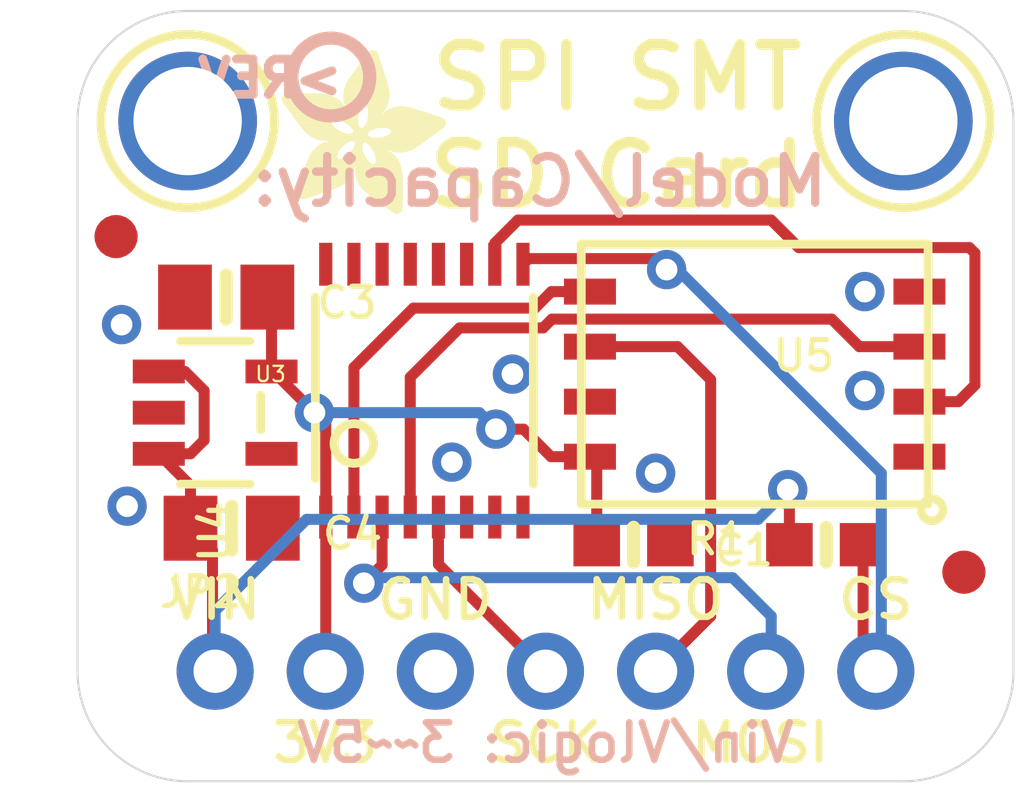
<source format=kicad_pcb>
(kicad_pcb (version 20211014) (generator pcbnew)
  (layers (0 "F.Cu" signal) (31 "B.Cu" signal) (34 "B.Paste" user) (35 "F.Paste" user) (36 "B.SilkS" user "B.Silkscreen") (37 "F.SilkS" user "F.Silkscreen") (38 "B.Mask" user) (39 "F.Mask" user) (44 "Edge.Cuts" user))
  (net 0 "")
  (net 1 "GND")
  (net 2 "SCK_3.3V")
  (net 3 "MOSI_3.3V")
  (net 4 "MISO_3.3V")
  (net 5 "SSEL_3.3V")
  (net 6 "SCK")
  (net 7 "MOSI")
  (net 8 "SS")
  (net 9 "3.3V")
  (net 10 "VIN")
  (footprint "boardEagle:MOUNTINGHOLE_2.5_PLATED" (layer "F.Cu") (at 156.7561 98.6536)
    (fp_text reference "U$17" hide)
    (fp_text value "MOUNTINGHOLE2.5" hide)
    (pad "P$1" thru_hole circle (at 0 0) (size 3.2 3.2) (drill 2.5) (layers *.Cu *.Mask))
  )
  (footprint "boardEagle:MOUNTINGHOLE_2.5_PLATED" (layer "F.Cu") (at 140.2461 98.6536)
    (fp_text reference "U$16" hide)
    (fp_text value "MOUNTINGHOLE2.5" hide)
    (pad "P$1" thru_hole circle (at 0 0) (size 3.2 3.2) (drill 2.5) (layers *.Cu *.Mask))
  )
  (footprint "boardEagle:TSSOP16" (layer "F.Cu") (at 145.7071 104.8766)
    (fp_text reference "U3" (at -3.937 -0.381) (layer "F.SilkS") (effects (font (size 0.35308 0.35308) (thickness 0.05332)) (justify left)))
    (fp_text value "74HC4050D")
    (pad "1" smd rect (at -2.275 2.9178) (size 0.3048 0.9906) (layers "F.Cu" "F.Paste" "F.Mask") (net 9 "3.3V"))
    (pad "2" smd rect (at -1.625 2.9178) (size 0.3048 0.9906) (layers "F.Cu" "F.Paste" "F.Mask") (net 3 "MOSI_3.3V"))
    (pad "3" smd rect (at -0.975 2.9178) (size 0.3048 0.9906) (layers "F.Cu" "F.Paste" "F.Mask") (net 7 "MOSI"))
    (pad "4" smd rect (at -0.325 2.9178) (size 0.3048 0.9906) (layers "F.Cu" "F.Paste" "F.Mask") (net 2 "SCK_3.3V"))
    (pad "5" smd rect (at 0.325 2.9178) (size 0.3048 0.9906) (layers "F.Cu" "F.Paste" "F.Mask") (net 6 "SCK"))
    (pad "6" smd rect (at 0.975 2.9178) (size 0.3048 0.9906) (layers "F.Cu" "F.Paste" "F.Mask"))
    (pad "7" smd rect (at 1.625 2.9178) (size 0.3048 0.9906) (layers "F.Cu" "F.Paste" "F.Mask"))
    (pad "8" smd rect (at 2.275 2.9178) (size 0.3048 0.9906) (layers "F.Cu" "F.Paste" "F.Mask") (net 1 "GND"))
    (pad "9" smd rect (at 2.275 -2.9178) (size 0.3048 0.9906) (layers "F.Cu" "F.Paste" "F.Mask") (net 8 "SS"))
    (pad "10" smd rect (at 1.625 -2.9178) (size 0.3048 0.9906) (layers "F.Cu" "F.Paste" "F.Mask") (net 5 "SSEL_3.3V"))
    (pad "11" smd rect (at 0.975 -2.9178) (size 0.3048 0.9906) (layers "F.Cu" "F.Paste" "F.Mask"))
    (pad "12" smd rect (at 0.325 -2.9178) (size 0.3048 0.9906) (layers "F.Cu" "F.Paste" "F.Mask"))
    (pad "13" smd rect (at -0.325 -2.9178) (size 0.3048 0.9906) (layers "F.Cu" "F.Paste" "F.Mask"))
    (pad "14" smd rect (at -0.975 -2.9178) (size 0.3048 0.9906) (layers "F.Cu" "F.Paste" "F.Mask"))
    (pad "15" smd rect (at -1.625 -2.9178) (size 0.3048 0.9906) (layers "F.Cu" "F.Paste" "F.Mask"))
    (pad "16" smd rect (at -2.275 -2.9178) (size 0.3048 0.9906) (layers "F.Cu" "F.Paste" "F.Mask"))
  )
  (footprint "boardEagle:LGA8_8X6" (layer "F.Cu") (at 153.3271 104.4956 180)
    (fp_text reference "U5" (at -1.905 0.419) (layer "F.SilkS") (effects (font (size 0.692831 0.692831) (thickness 0.119969)) (justify right)))
    (fp_text value "XTSD")
    (pad "1" smd rect (at -3.8 -1.905 90) (size 0.6 1.2) (layers "F.Cu" "F.Paste" "F.Mask"))
    (pad "2" smd rect (at -3.8 -0.635 90) (size 0.6 1.2) (layers "F.Cu" "F.Paste" "F.Mask") (net 5 "SSEL_3.3V"))
    (pad "3" smd rect (at -3.8 0.635 90) (size 0.6 1.2) (layers "F.Cu" "F.Paste" "F.Mask") (net 2 "SCK_3.3V"))
    (pad "4" smd rect (at -3.8 1.905 90) (size 0.6 1.2) (layers "F.Cu" "F.Paste" "F.Mask") (net 1 "GND"))
    (pad "5" smd rect (at 3.8 1.905 90) (size 0.6 1.2) (layers "F.Cu" "F.Paste" "F.Mask") (net 3 "MOSI_3.3V"))
    (pad "6" smd rect (at 3.8 0.635 90) (size 0.6 1.2) (layers "F.Cu" "F.Paste" "F.Mask") (net 4 "MISO_3.3V"))
    (pad "7" smd rect (at 3.8 -0.635 90) (size 0.6 1.2) (layers "F.Cu" "F.Paste" "F.Mask"))
    (pad "8" smd rect (at 3.8 -1.905 90) (size 0.6 1.2) (layers "F.Cu" "F.Paste" "F.Mask") (net 9 "3.3V"))
  )
  (footprint "boardEagle:1X07_ROUND_70" (layer "F.Cu") (at 148.5011 111.3536)
    (fp_text reference "JP2" (at -8.9662 -1.8288) (layer "F.SilkS") (effects (font (size 0.692831 0.692831) (thickness 0.119969)) (justify left)))
    (fp_text value "")
    (pad "1" thru_hole circle (at -7.62 0 90) (size 1.778 1.778) (drill 1) (layers *.Cu *.Mask) (net 10 "VIN"))
    (pad "2" thru_hole circle (at -5.08 0 90) (size 1.778 1.778) (drill 1) (layers *.Cu *.Mask) (net 9 "3.3V"))
    (pad "3" thru_hole circle (at -2.54 0 90) (size 1.778 1.778) (drill 1) (layers *.Cu *.Mask) (net 1 "GND"))
    (pad "4" thru_hole circle (at 0 0 90) (size 1.778 1.778) (drill 1) (layers *.Cu *.Mask) (net 6 "SCK"))
    (pad "5" thru_hole circle (at 2.54 0 90) (size 1.778 1.778) (drill 1) (layers *.Cu *.Mask) (net 4 "MISO_3.3V"))
    (pad "6" thru_hole circle (at 5.08 0 90) (size 1.778 1.778) (drill 1) (layers *.Cu *.Mask) (net 7 "MOSI"))
    (pad "7" thru_hole circle (at 7.62 0 90) (size 1.778 1.778) (drill 1) (layers *.Cu *.Mask) (net 8 "SS"))
  )
  (footprint "boardEagle:0603-NO" (layer "F.Cu") (at 150.5331 108.4326)
    (fp_text reference "C1" (at 1.778 0.127) (layer "F.SilkS") (effects (font (size 0.692831 0.692831) (thickness 0.119969)) (justify left)))
    (fp_text value "0.1uF")
    (pad "1" smd rect (at -0.85 0) (size 1.075 1) (layers "F.Cu" "F.Paste" "F.Mask") (net 9 "3.3V"))
    (pad "2" smd rect (at 0.85 0) (size 1.075 1) (layers "F.Cu" "F.Paste" "F.Mask") (net 1 "GND"))
  )
  (footprint "boardEagle:ADAFRUIT_3.5MM" (layer "F.Cu") (at 142.4051 100.8126)
    (fp_text reference "U$19" hide)
    (fp_text value "" hide)
  )
  (footprint "boardEagle:0603-NO" (layer "F.Cu") (at 154.9781 108.4326 180)
    (fp_text reference "R1" (at 1.778 0.127) (layer "F.SilkS") (effects (font (size 0.692831 0.692831) (thickness 0.119969)) (justify right)))
    (fp_text value "10K")
    (pad "1" smd rect (at -0.85 0 180) (size 1.075 1) (layers "F.Cu" "F.Paste" "F.Mask") (net 8 "SS"))
    (pad "2" smd rect (at 0.85 0 180) (size 1.075 1) (layers "F.Cu" "F.Paste" "F.Mask") (net 10 "VIN"))
  )
  (footprint "boardEagle:0805-NO" (layer "F.Cu") (at 141.2621 108.0516)
    (fp_text reference "C4" (at 2.032 0.127) (layer "F.SilkS") (effects (font (size 0.692831 0.692831) (thickness 0.119969)) (justify left)))
    (fp_text value "10uF")
    (pad "1" smd rect (at -0.95 0) (size 1.24 1.5) (layers "F.Cu" "F.Paste" "F.Mask") (net 10 "VIN"))
    (pad "2" smd rect (at 0.95 0) (size 1.24 1.5) (layers "F.Cu" "F.Paste" "F.Mask") (net 1 "GND"))
  )
  (footprint "boardEagle:0805-NO" (layer "F.Cu") (at 141.1351 102.7176)
    (fp_text reference "C3" (at 2.032 0.127) (layer "F.SilkS") (effects (font (size 0.692831 0.692831) (thickness 0.119969)) (justify left)))
    (fp_text value "10uF")
    (pad "1" smd rect (at -0.95 0) (size 1.24 1.5) (layers "F.Cu" "F.Paste" "F.Mask") (net 1 "GND"))
    (pad "2" smd rect (at 0.95 0) (size 1.24 1.5) (layers "F.Cu" "F.Paste" "F.Mask") (net 9 "3.3V"))
  )
  (footprint "boardEagle:FIDUCIAL_1MM" (layer "F.Cu") (at 138.5951 101.3206)
    (fp_text reference "FID2" hide)
    (fp_text value "FIDUCIAL_1MM" hide)
    (pad "1" smd roundrect (at 0 0) (size 1 1) (layers "F.Cu" "F.Mask") (roundrect_rratio 0.5))
  )
  (footprint "boardEagle:SOT23-5" (layer "F.Cu") (at 140.8811 105.3846 -90)
    (fp_text reference "U4" (at 1.978 0 90) (layer "F.SilkS") (effects (font (size 0.692831 0.692831) (thickness 0.119969)) (justify right)))
    (fp_text value "AP2112K-3.3")
    (pad "1" smd rect (at -0.95 1.3001 270) (size 0.55 1.2) (layers "F.Cu" "F.Paste" "F.Mask") (net 10 "VIN"))
    (pad "2" smd rect (at 0 1.3001 270) (size 0.55 1.2) (layers "F.Cu" "F.Paste" "F.Mask") (net 1 "GND"))
    (pad "3" smd rect (at 0.95 1.3001 270) (size 0.55 1.2) (layers "F.Cu" "F.Paste" "F.Mask") (net 10 "VIN"))
    (pad "4" smd rect (at 0.95 -1.3001 270) (size 0.55 1.2) (layers "F.Cu" "F.Paste" "F.Mask"))
    (pad "5" smd rect (at -0.95 -1.3001 270) (size 0.55 1.2) (layers "F.Cu" "F.Paste" "F.Mask") (net 9 "3.3V"))
  )
  (footprint "boardEagle:FIDUCIAL_1MM" (layer "F.Cu") (at 158.1531 109.0676)
    (fp_text reference "FID3" hide)
    (fp_text value "FIDUCIAL_1MM" hide)
    (pad "1" smd roundrect (at 0 0) (size 1 1) (layers "F.Cu" "F.Mask") (roundrect_rratio 0.5))
  )
  (footprint "boardEagle:PCBFEAT-REV-040" (layer "B.Cu") (at 143.5481 97.6376 180)
    (fp_text reference "U$21" hide)
    (fp_text value "" hide)
    (fp_text user ">REV" (at -0.3556 -0.508) (layer "B.SilkS") (effects (font (size 0.8128 0.8128) (thickness 0.2032)) (justify left bottom mirror)))
  )
  (gr_arc (start 159.2961 111.3536) (mid 158.552151 113.149651) (end 156.7561 113.8936) (layer "Edge.Cuts") (width 0.05))
  (gr_line (start 156.7561 113.8936) (end 140.2461 113.8936) (layer "Edge.Cuts") (width 0.05))
  (gr_line (start 140.2461 96.1136) (end 156.7561 96.1136) (layer "Edge.Cuts") (width 0.05))
  (gr_arc (start 137.7061 98.6536) (mid 138.450049 96.857549) (end 140.2461 96.1136) (layer "Edge.Cuts") (width 0.05))
  (gr_line (start 159.2961 98.6536) (end 159.2961 111.3536) (layer "Edge.Cuts") (width 0.05))
  (gr_arc (start 140.2461 113.8936) (mid 138.450049 113.149651) (end 137.7061 111.3536) (layer "Edge.Cuts") (width 0.05))
  (gr_arc (start 156.7561 96.1136) (mid 158.552151 96.857549) (end 159.2961 98.6536) (layer "Edge.Cuts") (width 0.05))
  (gr_line (start 137.7061 111.3536) (end 137.7061 98.6536) (layer "Edge.Cuts") (width 0.05))
  (gr_text "Vin/Vlogic: 3~~5V" (at 148.5011 113.0046) (layer "B.SilkS") (effects (font (size 0.8636 0.8636) (thickness 0.1524)) (justify mirror)))
  (gr_text "" (at 150.4061 97.8916) (layer "B.SilkS") (effects (font (size 1.40335 1.40335) (thickness 0.24765)) (justify mirror)))
  (gr_text "Model/Capacity:" (at 148.3741 100.0506) (layer "B.SilkS") (effects (font (size 1.0795 1.0795) (thickness 0.1905)) (justify mirror)))
  (gr_text "MISO" (at 151.0411 109.7026) (layer "F.SilkS") (effects (font (size 0.8636 0.8636) (thickness 0.1524))))
  (gr_text "SPI SMT\nSD Card" (at 150.1521 98.7806) (layer "F.SilkS") (effects (font (size 1.40335 1.40335) (thickness 0.24765))))
  (gr_text "SCK" (at 148.5011 113.0046) (layer "F.SilkS") (effects (font (size 0.8636 0.8636) (thickness 0.1524))))
  (gr_text "GND" (at 145.9611 109.7026) (layer "F.SilkS") (effects (font (size 0.8636 0.8636) (thickness 0.1524))))
  (gr_text "3V3" (at 143.4211 113.0046) (layer "F.SilkS") (effects (font (size 0.8636 0.8636) (thickness 0.1524))))
  (gr_text "VIN" (at 140.8811 109.7026) (layer "F.SilkS") (effects (font (size 0.8636 0.8636) (thickness 0.1524))))
  (gr_text "MOSI" (at 153.4541 113.0046) (layer "F.SilkS") (effects (font (size 0.8636 0.8636) (thickness 0.1524))))
  (gr_text "CS" (at 156.1211 109.7026) (layer "F.SilkS") (effects (font (size 0.8636 0.8636) (thickness 0.1524))))
  (via (at 146.3421 106.5276) (size 0.9064) (drill 0.5) (layers "F.Cu" "B.Cu") (net 1))
  (via (at 138.7221 103.3526) (size 0.9064) (drill 0.5) (layers "F.Cu" "B.Cu") (net 1))
  (via (at 138.8491 107.5436) (size 0.9064) (drill 0.5) (layers "F.Cu" "B.Cu") (net 1))
  (via (at 147.7391 104.4956) (size 0.9064) (drill 0.5) (layers "F.Cu" "B.Cu") (net 1))
  (via (at 155.8671 104.8766) (size 0.9064) (drill 0.5) (layers "F.Cu" "B.Cu") (net 1))
  (via (at 151.0411 106.7816) (size 0.9064) (drill 0.5) (layers "F.Cu" "B.Cu") (net 1))
  (via (at 155.8671 102.5906) (size 0.9064) (drill 0.5) (layers "F.Cu" "B.Cu") (net 1))
  (segment (start 148.446481 103.4288) (end 148.649681 103.2256) (width 0.254) (layer "F.Cu") (net 2))
  (segment (start 155.1051 103.2256) (end 155.7401 103.8606) (width 0.254) (layer "F.Cu") (net 2))
  (segment (start 148.649681 103.2256) (end 155.1051 103.2256) (width 0.254) (layer "F.Cu") (net 2))
  (segment (start 145.3821 104.5666) (end 146.5199 103.4288) (width 0.254) (layer "F.Cu") (net 2))
  (segment (start 155.7401 103.8606) (end 157.1271 103.8606) (width 0.254) (layer "F.Cu") (net 2))
  (segment (start 145.3821 107.7944) (end 145.3821 104.5666) (width 0.254) (layer "F.Cu") (net 2))
  (segment (start 146.5199 103.4288) (end 148.446481 103.4288) (width 0.254) (layer "F.Cu") (net 2))
  (segment (start 144.0821 104.3426) (end 145.4531 102.9716) (width 0.254) (layer "F.Cu") (net 3))
  (segment (start 148.6381 102.5906) (end 148.2571 102.9716) (width 0.254) (layer "F.Cu") (net 3))
  (segment (start 148.6381 102.5906) (end 149.5271 102.5906) (width 0.254) (layer "F.Cu") (net 3))
  (segment (start 145.4531 102.9716) (end 148.2571 102.9716) (width 0.254) (layer "F.Cu") (net 3))
  (segment (start 144.0821 107.7944) (end 144.0821 104.3426) (width 0.254) (layer "F.Cu") (net 3))
  (segment (start 152.3111 110.0836) (end 151.0411 111.3536) (width 0.254) (layer "F.Cu") (net 4))
  (segment (start 149.5271 103.8606) (end 151.5491 103.8606) (width 0.254) (layer "F.Cu") (net 4))
  (segment (start 151.5491 103.8606) (end 152.3111 104.6226) (width 0.254) (layer "F.Cu") (net 4))
  (segment (start 152.3111 104.6226) (end 152.3111 110.0836) (width 0.254) (layer "F.Cu") (net 4))
  (segment (start 157.1271 105.1306) (end 158.0261 105.1306) (width 0.254) (layer "F.Cu") (net 5))
  (segment (start 158.0261 105.1306) (end 158.4071 104.7496) (width 0.254) (layer "F.Cu") (net 5))
  (segment (start 147.8661 100.9396) (end 147.3321 101.4736) (width 0.254) (layer "F.Cu") (net 5))
  (segment (start 158.4071 104.7496) (end 158.4071 101.7016) (width 0.254) (layer "F.Cu") (net 5))
  (segment (start 154.3431 101.5746) (end 153.7081 100.9396) (width 0.254) (layer "F.Cu") (net 5))
  (segment (start 158.2801 101.5746) (end 154.3431 101.5746) (width 0.254) (layer "F.Cu") (net 5))
  (segment (start 158.4071 101.7016) (end 158.2801 101.5746) (width 0.254) (layer "F.Cu") (net 5))
  (segment (start 153.7081 100.9396) (end 147.8661 100.9396) (width 0.254) (layer "F.Cu") (net 5))
  (segment (start 147.3321 101.4736) (end 147.3321 101.9588) (width 0.254) (layer "F.Cu") (net 5))
  (segment (start 146.0321 108.8846) (end 146.0321 107.7944) (width 0.254) (layer "F.Cu") (net 6))
  (segment (start 148.5011 111.3536) (end 146.0321 108.8846) (width 0.254) (layer "F.Cu") (net 6))
  (segment (start 144.7321 108.8996) (end 144.7321 107.7944) (width 0.254) (layer "F.Cu") (net 7))
  (segment (start 144.3101 109.3216) (end 144.7321 108.8996) (width 0.254) (layer "F.Cu") (net 7))
  (via (at 144.3101 109.3216) (size 0.9064) (drill 0.5) (layers "F.Cu" "B.Cu") (net 7))
  (segment (start 153.7081 110.0836) (end 152.8191 109.1946) (width 0.254) (layer "B.Cu") (net 7))
  (segment (start 144.4371 109.1946) (end 144.3101 109.3216) (width 0.254) (layer "B.Cu") (net 7))
  (segment (start 153.7081 110.0836) (end 153.7081 111.2266) (width 0.254) (layer "B.Cu") (net 7))
  (segment (start 153.5811 111.3536) (end 153.7081 111.2266) (width 0.254) (layer "B.Cu") (net 7))
  (segment (start 152.8191 109.1946) (end 144.4371 109.1946) (width 0.254) (layer "B.Cu") (net 7))
  (segment (start 155.8281 110.8066) (end 155.8281 108.4326) (width 0.254) (layer "F.Cu") (net 8))
  (segment (start 151.0411 101.8286) (end 148.1123 101.8286) (width 0.254) (layer "F.Cu") (net 8))
  (segment (start 147.9821 101.9588) (end 148.1123 101.8286) (width 0.254) (layer "F.Cu") (net 8))
  (segment (start 156.1211 111.3536) (end 156.2481 111.2266) (width 0.254) (layer "F.Cu") (net 8))
  (segment (start 151.2951 102.0826) (end 151.0411 101.8286) (width 0.254) (layer "F.Cu") (net 8))
  (segment (start 156.2481 111.2266) (end 155.8281 110.8066) (width 0.254) (layer "F.Cu") (net 8))
  (via (at 151.2951 102.0826) (size 0.9064) (drill 0.5) (layers "F.Cu" "B.Cu") (net 8))
  (segment (start 156.2481 106.7816) (end 151.5491 102.0826) (width 0.254) (layer "B.Cu") (net 8))
  (segment (start 156.1211 111.3536) (end 156.2481 111.2266) (width 0.254) (layer "B.Cu") (net 8))
  (segment (start 151.5491 102.0826) (end 151.2951 102.0826) (width 0.254) (layer "B.Cu") (net 8))
  (segment (start 156.2481 106.7816) (end 156.2481 111.2266) (width 0.254) (layer "B.Cu") (net 8))
  (segment (start 142.0851 102.7176) (end 142.1812 102.8137) (width 0.254) (layer "F.Cu") (net 9))
  (segment (start 149.6831 106.5566) (end 149.6831 108.4326) (width 0.254) (layer "F.Cu") (net 9))
  (segment (start 142.1812 102.8137) (end 142.1812 104.4346) (width 0.254) (layer "F.Cu") (net 9))
  (segment (start 142.2217 104.4346) (end 143.1717 105.3846) (width 0.254) (layer "F.Cu") (net 9))
  (segment (start 142.1812 104.4346) (end 142.2217 104.4346) (width 0.254) (layer "F.Cu") (net 9))
  (segment (start 143.4321 107.7944) (end 143.4321 111.3426) (width 0.254) (layer "F.Cu") (net 9))
  (segment (start 143.4321 105.645) (end 143.1717 105.3846) (width 0.254) (layer "F.Cu") (net 9))
  (segment (start 147.9931 105.7656) (end 147.3581 105.7656) (width 0.254) (layer "F.Cu") (net 9))
  (segment (start 143.4321 107.7944) (end 143.4321 105.645) (width 0.254) (layer "F.Cu") (net 9))
  (segment (start 143.4321 111.3426) (end 143.4211 111.3536) (width 0.254) (layer "F.Cu") (net 9))
  (segment (start 149.5271 106.4006) (end 148.6281 106.4006) (width 0.254) (layer "F.Cu") (net 9))
  (segment (start 149.5271 106.4006) (end 149.6831 106.5566) (width 0.254) (layer "F.Cu") (net 9))
  (segment (start 148.6281 106.4006) (end 147.9931 105.7656) (width 0.254) (layer "F.Cu") (net 9))
  (via (at 147.3581 105.7656) (size 0.9064) (drill 0.5) (layers "F.Cu" "B.Cu") (net 9))
  (via (at 143.1717 105.3846) (size 0.9064) (drill 0.5) (layers "F.Cu" "B.Cu") (net 9))
  (segment (start 146.9771 105.3846) (end 143.1717 105.3846) (width 0.254) (layer "B.Cu") (net 9))
  (segment (start 147.3581 105.7656) (end 146.9771 105.3846) (width 0.254) (layer "B.Cu") (net 9))
  (segment (start 140.3121 106.3346) (end 139.581 106.3346) (width 0.254) (layer "F.Cu") (net 10))
  (segment (start 154.1281 108.4326) (end 154.1281 107.2016) (width 0.254) (layer "F.Cu") (net 10))
  (segment (start 140.6271 106.0196) (end 140.3121 106.3346) (width 0.254) (layer "F.Cu") (net 10))
  (segment (start 139.581 106.3346) (end 140.3121 107.0657) (width 0.254) (layer "F.Cu") (net 10))
  (segment (start 140.6271 104.8766) (end 140.6271 106.0196) (width 0.254) (layer "F.Cu") (net 10))
  (segment (start 140.8201 108.5596) (end 140.8201 111.2926) (width 0.254) (layer "F.Cu") (net 10))
  (segment (start 139.581 104.4346) (end 140.1851 104.4346) (width 0.254) (layer "F.Cu") (net 10))
  (segment (start 154.1281 107.2016) (end 154.0891 107.1626) (width 0.254) (layer "F.Cu") (net 10))
  (segment (start 140.8201 108.5596) (end 140.3121 108.0516) (width 0.254) (layer "F.Cu") (net 10))
  (segment (start 140.3121 107.0657) (end 140.3121 108.0516) (width 0.254) (layer "F.Cu") (net 10))
  (segment (start 140.1851 104.4346) (end 140.6271 104.8766) (width 0.254) (layer "F.Cu") (net 10))
  (segment (start 140.8811 111.3536) (end 140.8201 111.2926) (width 0.254) (layer "F.Cu") (net 10))
  (via (at 154.0891 107.1626) (size 0.9064) (drill 0.5) (layers "F.Cu" "B.Cu") (net 10))
  (segment (start 153.4033 107.8484) (end 142.9893 107.8484) (width 0.254) (layer "B.Cu") (net 10))
  (segment (start 142.9893 107.8484) (end 140.8811 109.9566) (width 0.254) (layer "B.Cu") (net 10))
  (segment (start 154.0891 107.1626) (end 153.4033 107.8484) (width 0.254) (layer "B.Cu") (net 10))
  (segment (start 140.8811 109.9566) (end 140.8811 111.3536) (width 0.254) (layer "B.Cu") (net 10))
)
</source>
